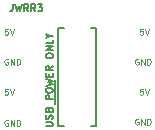
<source format=gbr>
%TF.GenerationSoftware,KiCad,Pcbnew,(6.0.1)*%
%TF.CreationDate,2022-03-20T21:24:39-04:00*%
%TF.ProjectId,jwrr3-usb-5v,6a777272-332d-4757-9362-2d35762e6b69,rev?*%
%TF.SameCoordinates,Original*%
%TF.FileFunction,Legend,Top*%
%TF.FilePolarity,Positive*%
%FSLAX46Y46*%
G04 Gerber Fmt 4.6, Leading zero omitted, Abs format (unit mm)*
G04 Created by KiCad (PCBNEW (6.0.1)) date 2022-03-20 21:24:39*
%MOMM*%
%LPD*%
G01*
G04 APERTURE LIST*
%ADD10C,0.125000*%
%ADD11C,0.150000*%
G04 APERTURE END LIST*
D10*
X125819047Y-68330000D02*
X125771428Y-68306190D01*
X125700000Y-68306190D01*
X125628571Y-68330000D01*
X125580952Y-68377619D01*
X125557142Y-68425238D01*
X125533333Y-68520476D01*
X125533333Y-68591904D01*
X125557142Y-68687142D01*
X125580952Y-68734761D01*
X125628571Y-68782380D01*
X125700000Y-68806190D01*
X125747619Y-68806190D01*
X125819047Y-68782380D01*
X125842857Y-68758571D01*
X125842857Y-68591904D01*
X125747619Y-68591904D01*
X126057142Y-68806190D02*
X126057142Y-68306190D01*
X126342857Y-68806190D01*
X126342857Y-68306190D01*
X126580952Y-68806190D02*
X126580952Y-68306190D01*
X126700000Y-68306190D01*
X126771428Y-68330000D01*
X126819047Y-68377619D01*
X126842857Y-68425238D01*
X126866666Y-68520476D01*
X126866666Y-68591904D01*
X126842857Y-68687142D01*
X126819047Y-68734761D01*
X126771428Y-68782380D01*
X126700000Y-68806190D01*
X126580952Y-68806190D01*
X114754761Y-65766190D02*
X114516666Y-65766190D01*
X114492857Y-66004285D01*
X114516666Y-65980476D01*
X114564285Y-65956666D01*
X114683333Y-65956666D01*
X114730952Y-65980476D01*
X114754761Y-66004285D01*
X114778571Y-66051904D01*
X114778571Y-66170952D01*
X114754761Y-66218571D01*
X114730952Y-66242380D01*
X114683333Y-66266190D01*
X114564285Y-66266190D01*
X114516666Y-66242380D01*
X114492857Y-66218571D01*
X114921428Y-65766190D02*
X115088095Y-66266190D01*
X115254761Y-65766190D01*
D11*
X117971428Y-73991428D02*
X118457142Y-73991428D01*
X118514285Y-73962857D01*
X118542857Y-73934285D01*
X118571428Y-73877142D01*
X118571428Y-73762857D01*
X118542857Y-73705714D01*
X118514285Y-73677142D01*
X118457142Y-73648571D01*
X117971428Y-73648571D01*
X118542857Y-73391428D02*
X118571428Y-73305714D01*
X118571428Y-73162857D01*
X118542857Y-73105714D01*
X118514285Y-73077142D01*
X118457142Y-73048571D01*
X118400000Y-73048571D01*
X118342857Y-73077142D01*
X118314285Y-73105714D01*
X118285714Y-73162857D01*
X118257142Y-73277142D01*
X118228571Y-73334285D01*
X118200000Y-73362857D01*
X118142857Y-73391428D01*
X118085714Y-73391428D01*
X118028571Y-73362857D01*
X118000000Y-73334285D01*
X117971428Y-73277142D01*
X117971428Y-73134285D01*
X118000000Y-73048571D01*
X118257142Y-72591428D02*
X118285714Y-72505714D01*
X118314285Y-72477142D01*
X118371428Y-72448571D01*
X118457142Y-72448571D01*
X118514285Y-72477142D01*
X118542857Y-72505714D01*
X118571428Y-72562857D01*
X118571428Y-72791428D01*
X117971428Y-72791428D01*
X117971428Y-72591428D01*
X118000000Y-72534285D01*
X118028571Y-72505714D01*
X118085714Y-72477142D01*
X118142857Y-72477142D01*
X118200000Y-72505714D01*
X118228571Y-72534285D01*
X118257142Y-72591428D01*
X118257142Y-72791428D01*
X118571428Y-71734285D02*
X117971428Y-71734285D01*
X117971428Y-71505714D01*
X118000000Y-71448571D01*
X118028571Y-71420000D01*
X118085714Y-71391428D01*
X118171428Y-71391428D01*
X118228571Y-71420000D01*
X118257142Y-71448571D01*
X118285714Y-71505714D01*
X118285714Y-71734285D01*
X117971428Y-71020000D02*
X117971428Y-70905714D01*
X118000000Y-70848571D01*
X118057142Y-70791428D01*
X118171428Y-70762857D01*
X118371428Y-70762857D01*
X118485714Y-70791428D01*
X118542857Y-70848571D01*
X118571428Y-70905714D01*
X118571428Y-71020000D01*
X118542857Y-71077142D01*
X118485714Y-71134285D01*
X118371428Y-71162857D01*
X118171428Y-71162857D01*
X118057142Y-71134285D01*
X118000000Y-71077142D01*
X117971428Y-71020000D01*
X117971428Y-70562857D02*
X118571428Y-70420000D01*
X118142857Y-70305714D01*
X118571428Y-70191428D01*
X117971428Y-70048571D01*
X118257142Y-69820000D02*
X118257142Y-69620000D01*
X118571428Y-69534285D02*
X118571428Y-69820000D01*
X117971428Y-69820000D01*
X117971428Y-69534285D01*
X118571428Y-68934285D02*
X118285714Y-69134285D01*
X118571428Y-69277142D02*
X117971428Y-69277142D01*
X117971428Y-69048571D01*
X118000000Y-68991428D01*
X118028571Y-68962857D01*
X118085714Y-68934285D01*
X118171428Y-68934285D01*
X118228571Y-68962857D01*
X118257142Y-68991428D01*
X118285714Y-69048571D01*
X118285714Y-69277142D01*
X117971428Y-68105714D02*
X117971428Y-67991428D01*
X118000000Y-67934285D01*
X118057142Y-67877142D01*
X118171428Y-67848571D01*
X118371428Y-67848571D01*
X118485714Y-67877142D01*
X118542857Y-67934285D01*
X118571428Y-67991428D01*
X118571428Y-68105714D01*
X118542857Y-68162857D01*
X118485714Y-68220000D01*
X118371428Y-68248571D01*
X118171428Y-68248571D01*
X118057142Y-68220000D01*
X118000000Y-68162857D01*
X117971428Y-68105714D01*
X118571428Y-67591428D02*
X117971428Y-67591428D01*
X118571428Y-67248571D01*
X117971428Y-67248571D01*
X118571428Y-66677142D02*
X118571428Y-66962857D01*
X117971428Y-66962857D01*
X118285714Y-66362857D02*
X118571428Y-66362857D01*
X117971428Y-66562857D02*
X118285714Y-66362857D01*
X117971428Y-66162857D01*
D10*
X114769047Y-68330000D02*
X114721428Y-68306190D01*
X114650000Y-68306190D01*
X114578571Y-68330000D01*
X114530952Y-68377619D01*
X114507142Y-68425238D01*
X114483333Y-68520476D01*
X114483333Y-68591904D01*
X114507142Y-68687142D01*
X114530952Y-68734761D01*
X114578571Y-68782380D01*
X114650000Y-68806190D01*
X114697619Y-68806190D01*
X114769047Y-68782380D01*
X114792857Y-68758571D01*
X114792857Y-68591904D01*
X114697619Y-68591904D01*
X115007142Y-68806190D02*
X115007142Y-68306190D01*
X115292857Y-68806190D01*
X115292857Y-68306190D01*
X115530952Y-68806190D02*
X115530952Y-68306190D01*
X115650000Y-68306190D01*
X115721428Y-68330000D01*
X115769047Y-68377619D01*
X115792857Y-68425238D01*
X115816666Y-68520476D01*
X115816666Y-68591904D01*
X115792857Y-68687142D01*
X115769047Y-68734761D01*
X115721428Y-68782380D01*
X115650000Y-68806190D01*
X115530952Y-68806190D01*
X126204761Y-65766190D02*
X125966666Y-65766190D01*
X125942857Y-66004285D01*
X125966666Y-65980476D01*
X126014285Y-65956666D01*
X126133333Y-65956666D01*
X126180952Y-65980476D01*
X126204761Y-66004285D01*
X126228571Y-66051904D01*
X126228571Y-66170952D01*
X126204761Y-66218571D01*
X126180952Y-66242380D01*
X126133333Y-66266190D01*
X126014285Y-66266190D01*
X125966666Y-66242380D01*
X125942857Y-66218571D01*
X126371428Y-65766190D02*
X126538095Y-66266190D01*
X126704761Y-65766190D01*
X114754761Y-70846190D02*
X114516666Y-70846190D01*
X114492857Y-71084285D01*
X114516666Y-71060476D01*
X114564285Y-71036666D01*
X114683333Y-71036666D01*
X114730952Y-71060476D01*
X114754761Y-71084285D01*
X114778571Y-71131904D01*
X114778571Y-71250952D01*
X114754761Y-71298571D01*
X114730952Y-71322380D01*
X114683333Y-71346190D01*
X114564285Y-71346190D01*
X114516666Y-71322380D01*
X114492857Y-71298571D01*
X114921428Y-70846190D02*
X115088095Y-71346190D01*
X115254761Y-70846190D01*
X126204761Y-70846190D02*
X125966666Y-70846190D01*
X125942857Y-71084285D01*
X125966666Y-71060476D01*
X126014285Y-71036666D01*
X126133333Y-71036666D01*
X126180952Y-71060476D01*
X126204761Y-71084285D01*
X126228571Y-71131904D01*
X126228571Y-71250952D01*
X126204761Y-71298571D01*
X126180952Y-71322380D01*
X126133333Y-71346190D01*
X126014285Y-71346190D01*
X125966666Y-71322380D01*
X125942857Y-71298571D01*
X126371428Y-70846190D02*
X126538095Y-71346190D01*
X126704761Y-70846190D01*
X114769047Y-73500000D02*
X114721428Y-73476190D01*
X114650000Y-73476190D01*
X114578571Y-73500000D01*
X114530952Y-73547619D01*
X114507142Y-73595238D01*
X114483333Y-73690476D01*
X114483333Y-73761904D01*
X114507142Y-73857142D01*
X114530952Y-73904761D01*
X114578571Y-73952380D01*
X114650000Y-73976190D01*
X114697619Y-73976190D01*
X114769047Y-73952380D01*
X114792857Y-73928571D01*
X114792857Y-73761904D01*
X114697619Y-73761904D01*
X115007142Y-73976190D02*
X115007142Y-73476190D01*
X115292857Y-73976190D01*
X115292857Y-73476190D01*
X115530952Y-73976190D02*
X115530952Y-73476190D01*
X115650000Y-73476190D01*
X115721428Y-73500000D01*
X115769047Y-73547619D01*
X115792857Y-73595238D01*
X115816666Y-73690476D01*
X115816666Y-73761904D01*
X115792857Y-73857142D01*
X115769047Y-73904761D01*
X115721428Y-73952380D01*
X115650000Y-73976190D01*
X115530952Y-73976190D01*
D11*
X115189142Y-63679428D02*
X115189142Y-64108000D01*
X115160571Y-64193714D01*
X115103428Y-64250857D01*
X115017714Y-64279428D01*
X114960571Y-64279428D01*
X115417714Y-63679428D02*
X115560571Y-64279428D01*
X115674857Y-63850857D01*
X115789142Y-64279428D01*
X115932000Y-63679428D01*
X116503428Y-64279428D02*
X116303428Y-63993714D01*
X116160571Y-64279428D02*
X116160571Y-63679428D01*
X116389142Y-63679428D01*
X116446285Y-63708000D01*
X116474857Y-63736571D01*
X116503428Y-63793714D01*
X116503428Y-63879428D01*
X116474857Y-63936571D01*
X116446285Y-63965142D01*
X116389142Y-63993714D01*
X116160571Y-63993714D01*
X117103428Y-64279428D02*
X116903428Y-63993714D01*
X116760571Y-64279428D02*
X116760571Y-63679428D01*
X116989142Y-63679428D01*
X117046285Y-63708000D01*
X117074857Y-63736571D01*
X117103428Y-63793714D01*
X117103428Y-63879428D01*
X117074857Y-63936571D01*
X117046285Y-63965142D01*
X116989142Y-63993714D01*
X116760571Y-63993714D01*
X117303428Y-63679428D02*
X117674857Y-63679428D01*
X117474857Y-63908000D01*
X117560571Y-63908000D01*
X117617714Y-63936571D01*
X117646285Y-63965142D01*
X117674857Y-64022285D01*
X117674857Y-64165142D01*
X117646285Y-64222285D01*
X117617714Y-64250857D01*
X117560571Y-64279428D01*
X117389142Y-64279428D01*
X117332000Y-64250857D01*
X117303428Y-64222285D01*
D10*
X125819047Y-73410000D02*
X125771428Y-73386190D01*
X125700000Y-73386190D01*
X125628571Y-73410000D01*
X125580952Y-73457619D01*
X125557142Y-73505238D01*
X125533333Y-73600476D01*
X125533333Y-73671904D01*
X125557142Y-73767142D01*
X125580952Y-73814761D01*
X125628571Y-73862380D01*
X125700000Y-73886190D01*
X125747619Y-73886190D01*
X125819047Y-73862380D01*
X125842857Y-73838571D01*
X125842857Y-73671904D01*
X125747619Y-73671904D01*
X126057142Y-73886190D02*
X126057142Y-73386190D01*
X126342857Y-73886190D01*
X126342857Y-73386190D01*
X126580952Y-73886190D02*
X126580952Y-73386190D01*
X126700000Y-73386190D01*
X126771428Y-73410000D01*
X126819047Y-73457619D01*
X126842857Y-73505238D01*
X126866666Y-73600476D01*
X126866666Y-73671904D01*
X126842857Y-73767142D01*
X126819047Y-73814761D01*
X126771428Y-73862380D01*
X126700000Y-73886190D01*
X126580952Y-73886190D01*
D11*
%TO.C,J1*%
X118750000Y-72120000D02*
X118750000Y-70120000D01*
X122250000Y-73970000D02*
X122250000Y-65670000D01*
X119050000Y-65670000D02*
X119525000Y-65670000D01*
X119050000Y-73970000D02*
X119050000Y-65670000D01*
X119525000Y-73970000D02*
X119050000Y-73970000D01*
X122250000Y-65670000D02*
X121775000Y-65670000D01*
X121775000Y-73970000D02*
X122250000Y-73970000D01*
%TD*%
M02*

</source>
